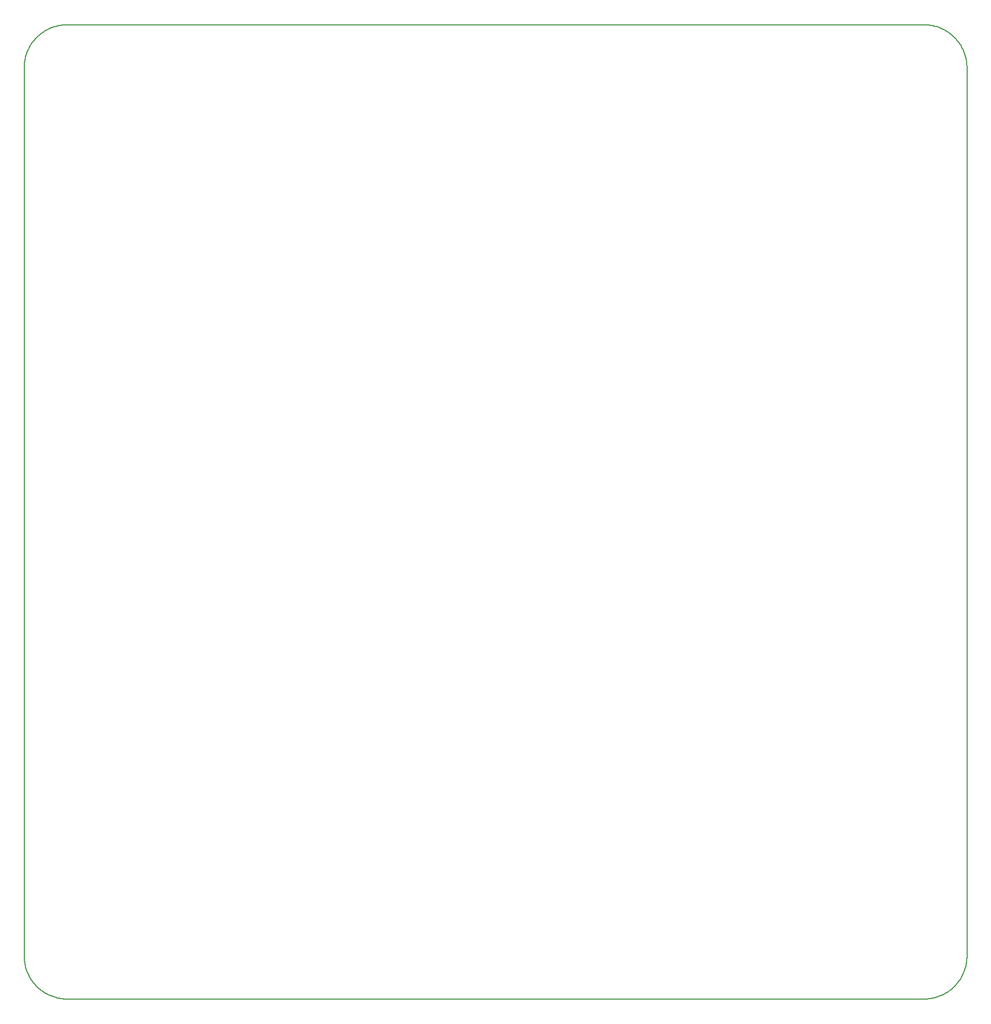
<source format=gko>
G75*
G70*
%OFA0B0*%
%FSLAX25Y25*%
%IPPOS*%
%LPD*%
%AMOC8*
5,1,8,0,0,1.08239X$1,22.5*
%
%ADD325C,0.00787*%
X0000000Y0000000D02*
G01*
G75*
D325*
X0000000Y0000000D02*
X0578740Y0000000D02*
X0579747Y0000018D01*
X0580752Y0000074D01*
X0581754Y0000165D01*
X0582753Y0000294D01*
X0583746Y0000458D01*
X0584732Y0000659D01*
X0585711Y0000896D01*
X0586680Y0001168D01*
X0587638Y0001476D01*
X0588585Y0001818D01*
X0589519Y0002195D01*
X0590438Y0002606D01*
X0591341Y0003050D01*
X0592228Y0003526D01*
X0593097Y0004035D01*
X0593946Y0004575D01*
X0594776Y0005145D01*
X0595583Y0005746D01*
X0596369Y0006376D01*
X0597131Y0007034D01*
X0597868Y0007719D01*
X0598580Y0008431D01*
X0599265Y0009168D01*
X0599923Y0009930D01*
X0600553Y0010716D01*
X0601154Y0011524D01*
X0601724Y0012353D01*
X0602264Y0013202D01*
X0602773Y0014071D01*
X0603250Y0014958D01*
X0603693Y0015861D01*
X0604104Y0016781D01*
X0604481Y0017714D01*
X0604823Y0018661D01*
X0605131Y0019619D01*
X0605403Y0020588D01*
X0605640Y0021567D01*
X0605841Y0022553D01*
X0606005Y0023546D01*
X0606134Y0024545D01*
X0606226Y0025547D01*
X0606281Y0026552D01*
X0606299Y0027559D01*
X0606299Y0598425D02*
X0606281Y0599432D01*
X0606226Y0600437D01*
X0606134Y0601439D01*
X0606005Y0602438D01*
X0605841Y0603431D01*
X0605640Y0604417D01*
X0605403Y0605396D01*
X0605131Y0606365D01*
X0604823Y0607324D01*
X0604481Y0608270D01*
X0604104Y0609204D01*
X0603693Y0610123D01*
X0603250Y0611026D01*
X0602773Y0611913D01*
X0602264Y0612782D01*
X0601724Y0613631D01*
X0601154Y0614461D01*
X0600553Y0615269D01*
X0599923Y0616054D01*
X0599265Y0616816D01*
X0598580Y0617553D01*
X0597868Y0618265D01*
X0597131Y0618950D01*
X0596369Y0619608D01*
X0595583Y0620238D01*
X0594776Y0620839D01*
X0593946Y0621409D01*
X0593097Y0621949D01*
X0592228Y0622458D01*
X0591341Y0622935D01*
X0590438Y0623379D01*
X0589519Y0623789D01*
X0588585Y0624166D01*
X0587638Y0624508D01*
X0586680Y0624816D01*
X0585711Y0625088D01*
X0584732Y0625325D01*
X0583746Y0625526D01*
X0582753Y0625691D01*
X0581754Y0625819D01*
X0580752Y0625911D01*
X0579747Y0625966D01*
X0578740Y0625984D01*
X0027559Y0625984D02*
X0026553Y0625966D01*
X0025547Y0625911D01*
X0024545Y0625819D01*
X0023546Y0625691D01*
X0022553Y0625526D01*
X0021567Y0625325D01*
X0020588Y0625088D01*
X0019619Y0624816D01*
X0018661Y0624508D01*
X0017714Y0624166D01*
X0016781Y0623789D01*
X0015861Y0623379D01*
X0014958Y0622935D01*
X0014071Y0622458D01*
X0013202Y0621949D01*
X0012353Y0621409D01*
X0011524Y0620839D01*
X0010716Y0620238D01*
X0009930Y0619608D01*
X0009168Y0618950D01*
X0008431Y0618265D01*
X0007719Y0617553D01*
X0007034Y0616816D01*
X0006376Y0616054D01*
X0005746Y0615269D01*
X0005146Y0614461D01*
X0004575Y0613631D01*
X0004035Y0612782D01*
X0003526Y0611913D01*
X0003050Y0611026D01*
X0002606Y0610123D01*
X0002195Y0609204D01*
X0001819Y0608270D01*
X0001476Y0607324D01*
X0001168Y0606365D01*
X0000896Y0605396D01*
X0000659Y0604417D01*
X0000458Y0603431D01*
X0000294Y0602438D01*
X0000165Y0601439D01*
X0000074Y0600437D01*
X0000018Y0599432D01*
X0000000Y0598425D01*
X0000000Y0027559D02*
X0000018Y0026553D01*
X0000074Y0025547D01*
X0000165Y0024545D01*
X0000294Y0023546D01*
X0000458Y0022553D01*
X0000659Y0021567D01*
X0000896Y0020588D01*
X0001168Y0019619D01*
X0001476Y0018661D01*
X0001818Y0017714D01*
X0002195Y0016781D01*
X0002606Y0015861D01*
X0003050Y0014958D01*
X0003526Y0014071D01*
X0004035Y0013203D01*
X0004575Y0012353D01*
X0005145Y0011524D01*
X0005746Y0010716D01*
X0006376Y0009930D01*
X0007034Y0009168D01*
X0007719Y0008431D01*
X0008431Y0007719D01*
X0009168Y0007034D01*
X0009930Y0006376D01*
X0010716Y0005746D01*
X0011524Y0005146D01*
X0012353Y0004575D01*
X0013202Y0004035D01*
X0014071Y0003526D01*
X0014958Y0003050D01*
X0015861Y0002606D01*
X0016781Y0002195D01*
X0017714Y0001819D01*
X0018661Y0001476D01*
X0019619Y0001168D01*
X0020588Y0000896D01*
X0021567Y0000659D01*
X0022553Y0000459D01*
X0023546Y0000294D01*
X0024545Y0000165D01*
X0025547Y0000074D01*
X0026552Y0000018D01*
X0027559Y0000000D01*
X0027559Y0625984D02*
X0578740Y0625984D01*
X0027559Y0000000D02*
X0578740Y0000000D01*
X0000000Y0027559D02*
X0000000Y0598425D01*
X0606299Y0027559D02*
X0606299Y0598425D01*
X0154331Y0194882D02*
G01*
G75*
X0153937Y0255512D02*
G01*
G75*
X0362795Y0370472D02*
G01*
G75*
X0272638Y0508780D02*
G01*
G75*
X0278248Y0188976D02*
G01*
G75*
X0151280Y0166929D02*
G01*
G75*
X0387795Y0195669D02*
G01*
G75*
X0117717Y0350295D02*
G01*
G75*
X0437106Y0403150D02*
G01*
G75*
X0169173Y0412913D02*
G01*
G75*
X0270571Y0426476D02*
G01*
G75*
X0529921Y0381988D02*
%LPD*%
G01*
M02*

</source>
